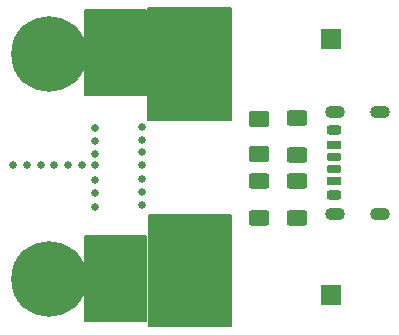
<source format=gbr>
%TF.GenerationSoftware,KiCad,Pcbnew,8.0.5*%
%TF.CreationDate,2024-10-20T11:11:32-05:00*%
%TF.ProjectId,Banana to USB-C Adapter v3,42616e61-6e61-4207-946f-205553422d43,2*%
%TF.SameCoordinates,Original*%
%TF.FileFunction,Soldermask,Top*%
%TF.FilePolarity,Negative*%
%FSLAX46Y46*%
G04 Gerber Fmt 4.6, Leading zero omitted, Abs format (unit mm)*
G04 Created by KiCad (PCBNEW 8.0.5) date 2024-10-20 11:11:32*
%MOMM*%
%LPD*%
G01*
G04 APERTURE LIST*
G04 Aperture macros list*
%AMRoundRect*
0 Rectangle with rounded corners*
0 $1 Rounding radius*
0 $2 $3 $4 $5 $6 $7 $8 $9 X,Y pos of 4 corners*
0 Add a 4 corners polygon primitive as box body*
4,1,4,$2,$3,$4,$5,$6,$7,$8,$9,$2,$3,0*
0 Add four circle primitives for the rounded corners*
1,1,$1+$1,$2,$3*
1,1,$1+$1,$4,$5*
1,1,$1+$1,$6,$7*
1,1,$1+$1,$8,$9*
0 Add four rect primitives between the rounded corners*
20,1,$1+$1,$2,$3,$4,$5,0*
20,1,$1+$1,$4,$5,$6,$7,0*
20,1,$1+$1,$6,$7,$8,$9,0*
20,1,$1+$1,$8,$9,$2,$3,0*%
G04 Aperture macros list end*
%ADD10C,0.150000*%
%ADD11C,0.635000*%
%ADD12R,1.700000X1.700000*%
%ADD13C,0.800000*%
%ADD14C,6.400000*%
%ADD15RoundRect,0.250000X0.625000X-0.400000X0.625000X0.400000X-0.625000X0.400000X-0.625000X-0.400000X0*%
%ADD16RoundRect,0.175000X0.425000X-0.175000X0.425000X0.175000X-0.425000X0.175000X-0.425000X-0.175000X0*%
%ADD17RoundRect,0.190000X-0.410000X0.190000X-0.410000X-0.190000X0.410000X-0.190000X0.410000X0.190000X0*%
%ADD18RoundRect,0.200000X-0.400000X0.200000X-0.400000X-0.200000X0.400000X-0.200000X0.400000X0.200000X0*%
%ADD19RoundRect,0.175000X-0.425000X0.175000X-0.425000X-0.175000X0.425000X-0.175000X0.425000X0.175000X0*%
%ADD20RoundRect,0.190000X0.410000X-0.190000X0.410000X0.190000X-0.410000X0.190000X-0.410000X-0.190000X0*%
%ADD21RoundRect,0.200000X0.400000X-0.200000X0.400000X0.200000X-0.400000X0.200000X-0.400000X-0.200000X0*%
%ADD22O,1.700000X1.100000*%
%ADD23RoundRect,0.250001X-0.624999X0.462499X-0.624999X-0.462499X0.624999X-0.462499X0.624999X0.462499X0*%
%ADD24RoundRect,0.250000X-0.625000X0.400000X-0.625000X-0.400000X0.625000X-0.400000X0.625000X0.400000X0*%
G04 APERTURE END LIST*
D10*
X132020200Y-105377200D02*
X137220000Y-105377200D01*
X137220000Y-112540000D01*
X132020200Y-112540000D01*
X132020200Y-105377200D01*
G36*
X132020200Y-105377200D02*
G01*
X137220000Y-105377200D01*
X137220000Y-112540000D01*
X132020200Y-112540000D01*
X132020200Y-105377200D01*
G37*
X137433800Y-103528400D02*
X144373600Y-103528400D01*
X144373600Y-112972400D01*
X137433800Y-112972400D01*
X137433800Y-103528400D01*
G36*
X137433800Y-103528400D02*
G01*
X144373600Y-103528400D01*
X144373600Y-112972400D01*
X137433800Y-112972400D01*
X137433800Y-103528400D01*
G37*
X132045700Y-86212200D02*
X137245500Y-86212200D01*
X137245500Y-93375000D01*
X132045700Y-93375000D01*
X132045700Y-86212200D01*
G36*
X132045700Y-86212200D02*
G01*
X137245500Y-86212200D01*
X137245500Y-93375000D01*
X132045700Y-93375000D01*
X132045700Y-86212200D01*
G37*
X137384600Y-86058000D02*
X144424400Y-86058000D01*
X144424400Y-95520600D01*
X137384600Y-95520600D01*
X137384600Y-86058000D01*
G36*
X137384600Y-86058000D02*
G01*
X144424400Y-86058000D01*
X144424400Y-95520600D01*
X137384600Y-95520600D01*
X137384600Y-86058000D01*
G37*
D11*
%TO.C,*%
X136890000Y-96122884D03*
%TD*%
%TO.C,REF\u002A\u002A*%
X132891494Y-99346800D03*
%TD*%
D12*
%TO.C,J3*%
X152882600Y-88671400D03*
%TD*%
D11*
%TO.C,REF\u002A\u002A*%
X132891494Y-102853108D03*
%TD*%
D13*
%TO.C,H1*%
X126600138Y-108968250D03*
X127303082Y-107271194D03*
X127303082Y-110665306D03*
X129000138Y-106568250D03*
D14*
X129000138Y-108968250D03*
D13*
X129000138Y-111368250D03*
X130697194Y-107271194D03*
X130697194Y-110665306D03*
X131400138Y-108968250D03*
%TD*%
D11*
%TO.C,REF\u002A\u002A*%
X132891494Y-96228040D03*
%TD*%
%TO.C,REF\u002A\u002A*%
X128300000Y-99290000D03*
%TD*%
%TO.C,REF\u002A\u002A*%
X127138494Y-99290000D03*
%TD*%
%TO.C,REF\u002A\u002A*%
X129461506Y-99290000D03*
%TD*%
D12*
%TO.C,J2*%
X152882600Y-110337600D03*
%TD*%
D11*
%TO.C,REF\u002A\u002A*%
X130623012Y-99290000D03*
%TD*%
D15*
%TO.C,R1*%
X146790000Y-103820000D03*
X146790000Y-100720000D03*
%TD*%
D11*
%TO.C,REF\u002A\u002A*%
X132891494Y-100580156D03*
%TD*%
D16*
%TO.C,J1*%
X153110000Y-99660000D03*
D17*
X153110000Y-97640000D03*
D18*
X153110000Y-96410000D03*
D19*
X153110000Y-98660000D03*
D20*
X153110000Y-100680000D03*
D21*
X153110000Y-101910000D03*
D22*
X153190000Y-103480000D03*
X156990000Y-103480000D03*
X153190000Y-94840000D03*
X156990000Y-94840000D03*
%TD*%
D11*
%TO.C,REF\u002A\u002A*%
X131784518Y-99290000D03*
%TD*%
%TO.C,*%
X136890000Y-102747952D03*
%TD*%
%TO.C,REF\u002A\u002A*%
X125976988Y-99290000D03*
%TD*%
D13*
%TO.C,H2*%
X126600138Y-89918250D03*
X127303082Y-88221194D03*
X127303082Y-91615306D03*
X129000138Y-87518250D03*
D14*
X129000138Y-89918250D03*
D13*
X129000138Y-92318250D03*
X130697194Y-88221194D03*
X130697194Y-91615306D03*
X131400138Y-89918250D03*
%TD*%
D11*
%TO.C,*%
X136890000Y-97194764D03*
%TD*%
%TO.C,REF\u002A\u002A*%
X132891494Y-97299920D03*
%TD*%
%TO.C,*%
X136890000Y-99313124D03*
%TD*%
%TO.C,*%
X136890000Y-101611476D03*
%TD*%
%TO.C,REF\u002A\u002A*%
X132891494Y-101716632D03*
%TD*%
%TO.C,*%
X136890000Y-98266644D03*
%TD*%
%TO.C,REF\u002A\u002A*%
X132891494Y-98371800D03*
%TD*%
%TO.C,*%
X136890000Y-100475000D03*
%TD*%
D23*
%TO.C,D1*%
X146790000Y-95432500D03*
X146790000Y-98407500D03*
%TD*%
D24*
%TO.C,R4*%
X150030000Y-95351000D03*
X150030000Y-98451000D03*
%TD*%
D15*
%TO.C,R3*%
X150030000Y-103820000D03*
X150030000Y-100720000D03*
%TD*%
M02*

</source>
